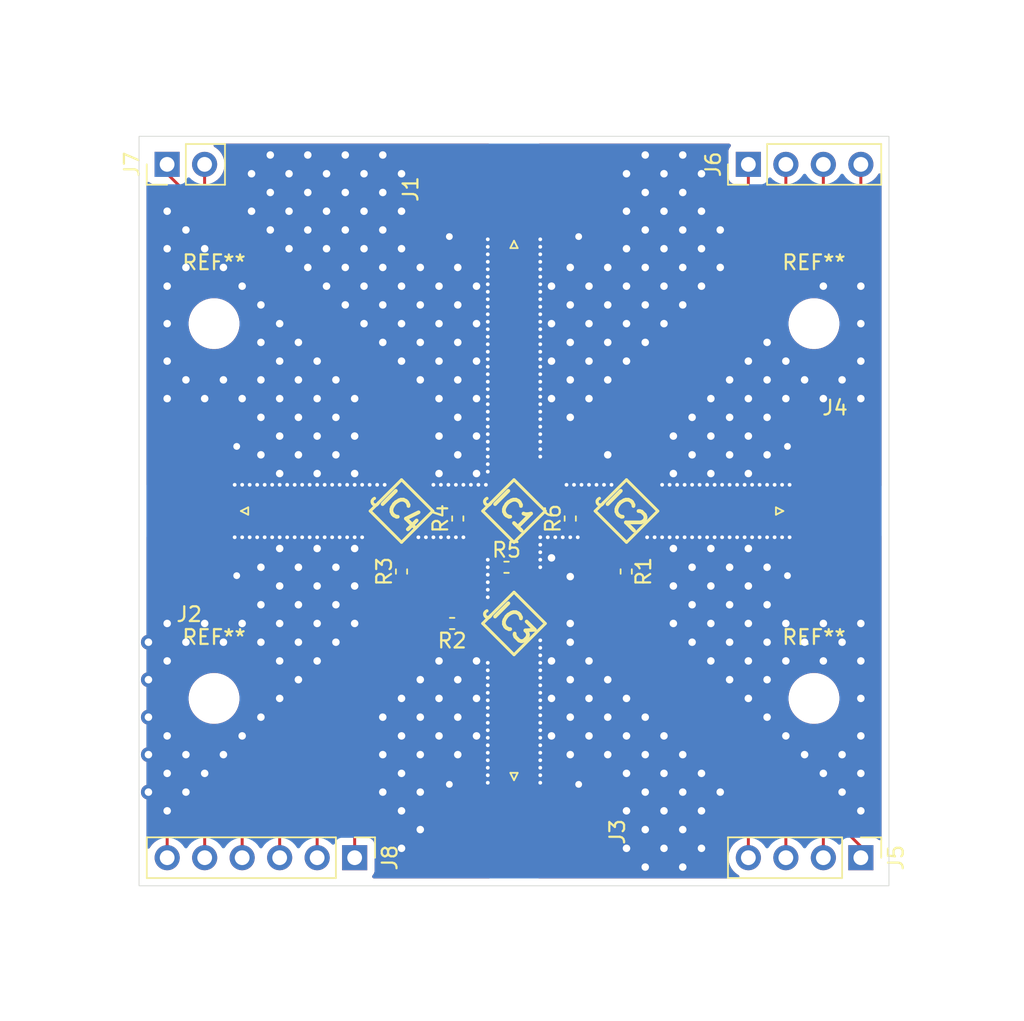
<source format=kicad_pcb>
(kicad_pcb (version 20241229) (generator "pcbnew") (generator_version "9.0")
  (layers (0 "F.Cu" signal) (2 "B.Cu" signal) (13 "F.Paste" user) (15 "B.Paste" user) (5 "F.SilkS" user "F.Silkscreen") (7 "B.SilkS" user "B.Silkscreen") (1 "F.Mask" user) (3 "B.Mask" user) (25 "Edge.Cuts" user))
  (net 0 "")
  (net 1 "GND")
  (net 2 "Net-(IC1-RF3)")
  (net 4 "Net-(IC1-RF4)")
  (net 5 "Net-(IC1-RF2GATE)")
  (net 6 "Net-(IC1-RF1)")
  (net 7 "Net-(IC1-RF4GATE)")
  (net 8 "Net-(IC1-RF1GATE)")
  (net 9 "Net-(IC1-RF3GATE)")
  (net 10 "Net-(IC1-RF2)")
  (net 12 "Net-(IC2-RF2)")
  (net 13 "Net-(IC2-RF3)")
  (net 14 "Net-(IC2-RF3GATE)")
  (net 15 "Net-(IC2-RF2GATE)")
  (net 16 "Net-(IC2-RF4GATE)")
  (net 17 "Net-(IC2-RF1GATE)")
  (net 18 "Net-(IC3-RF4GATE)")
  (net 19 "Net-(IC3-RF2GATE)")
  (net 20 "Net-(IC3-RF2)")
  (net 21 "Net-(IC3-RF1GATE)")
  (net 22 "Net-(IC3-RF3GATE)")
  (net 23 "Net-(IC3-RF1)")
  (net 25 "Net-(IC4-RF1GATE)")
  (net 26 "Net-(IC4-RF4GATE)")
  (net 27 "Net-(IC4-RF3GATE)")
  (net 28 "Net-(IC4-RF2)")
  (net 29 "Net-(IC4-RF1)")
  (net 30 "Net-(IC4-RF2GATE)")
  (footprint "Resistor_SMD:R_0402_1005Metric" (layer "F.Cu") (at 174.892 129.21)
    (property "Reference" "R5")
    (property "Value" "56k")
  )
  (footprint "Resistor_SMD:R_0402_1005Metric" (layer "F.Cu") (at 171.209 133.02 180)
    (property "Reference" "R2")
    (property "Value" "50")
  )
  (footprint "MountingHole:MountingHole_3.2mm_M3" (layer "F.Cu") (at 195.72 112.7)
    (property "Reference" "REF**")
    (property "Value" "MountingHole_3.2mm_M3" (hide yes))
  )
  (footprint "Connector_Coaxial:SMA_Molex_73251-1153_EdgeMount_Horizontal" (layer "F.Cu") (at 175.4 105.08 -90)
    (property "Reference" "J1")
    (property "Value" "Conn_Coaxial")
  )
  (footprint "Connector_Coaxial:SMA_Molex_73251-1153_EdgeMount_Horizontal" (layer "F.Cu") (at 195.645 125.4 180)
    (property "Reference" "J4")
    (property "Value" "Conn_Coaxial")
  )
  (footprint "mm5230:MM523003NDB" (layer "F.Cu") (at 183.02 125.4 -45)
    (property "Reference" "IC2")
    (property "Value" "MM5230-03NDB-TR" (hide yes))
  )
  (footprint "Connector_PinHeader_2.54mm:PinHeader_1x04_P2.54mm_Vertical" (layer "F.Cu") (at 191.275 101.905 90)
    (property "Reference" "J6")
    (property "Value" "Conn_01x04")
  )
  (footprint "Connector_Coaxial:SMA_Molex_73251-1153_EdgeMount_Horizontal" (layer "F.Cu") (at 154.895 125.4)
    (property "Reference" "J2")
    (property "Value" "Conn_Coaxial")
  )
  (footprint "Connector_PinHeader_2.54mm:PinHeader_1x02_P2.54mm_Vertical" (layer "F.Cu") (at 151.9 101.905 90)
    (property "Reference" "J7")
    (property "Value" "Conn_01x02")
  )
  (footprint "Resistor_SMD:R_0402_1005Metric" (layer "F.Cu") (at 171.59 125.908 90)
    (property "Reference" "R4")
    (property "Value" "56k")
  )
  (footprint "MountingHole:MountingHole_3.2mm_M3" (layer "F.Cu") (at 195.72 138.1)
    (property "Reference" "REF**")
    (property "Value" "MountingHole_3.2mm_M3" (hide yes))
  )
  (footprint "Resistor_SMD:R_0402_1005Metric" (layer "F.Cu") (at 167.78 129.5 90)
    (property "Reference" "R3")
    (property "Value" "50")
  )
  (footprint "mm5230:MM523003NDB" (layer "F.Cu") (at 175.4 125.4 -45)
    (property "Reference" "IC1")
    (property "Value" "MM5230-03NDB-TR" (hide yes))
  )
  (footprint "MountingHole:MountingHole_3.2mm_M3" (layer "F.Cu") (at 155.08 138.1)
    (property "Reference" "REF**")
    (property "Value" "MountingHole_3.2mm_M3" (hide yes))
  )
  (footprint "MountingHole:MountingHole_3.2mm_M3" (layer "F.Cu") (at 155.08 112.7)
    (property "Reference" "REF**")
    (property "Value" "MountingHole_3.2mm_M3" (hide yes))
  )
  (footprint "mm5230:MM523003NDB" (layer "F.Cu") (at 167.78 125.4 -45)
    (property "Reference" "IC4")
    (property "Value" "MM5230-03NDB-TR" (hide yes))
  )
  (footprint "mm5230:MM523003NDB" (layer "F.Cu") (at 175.4 133.02 -45)
    (property "Reference" "IC3")
    (property "Value" "MM5230-03NDB-TR" (hide yes))
  )
  (footprint "Resistor_SMD:R_0402_1005Metric" (layer "F.Cu") (at 179.21 125.908 90)
    (property "Reference" "R6")
    (property "Value" "56k")
  )
  (footprint "Connector_Coaxial:SMA_Molex_73251-1153_EdgeMount_Horizontal" (layer "F.Cu") (at 175.4 145.645 90)
    (property "Reference" "J3")
    (property "Value" "Conn_Coaxial")
  )
  (footprint "Connector_PinHeader_2.54mm:PinHeader_1x06_P2.54mm_Vertical" (layer "F.Cu") (at 164.605 148.895 -90)
    (property "Reference" "J8")
    (property "Value" "Conn_01x06")
  )
  (footprint "Connector_PinHeader_2.54mm:PinHeader_1x04_P2.54mm_Vertical" (layer "F.Cu") (at 198.895 148.895 -90)
    (property "Reference" "J5")
    (property "Value" "Conn_01x04")
  )
  (footprint "Resistor_SMD:R_0402_1005Metric" (layer "F.Cu") (at 183 129.5 -90)
    (property "Reference" "R1")
    (property "Value" "50")
  )
  (gr_rect (start 150 100) (end 200.8 150.8) (stroke (width 0.05)) (fill no) (layer "Edge.Cuts"))
  (via (at 191.529 127.178) (size 0.508) (drill 0.254) (layers "F.Cu" "B.Cu") (net 1))
  (via (at 186.195 122.86) (size 1.016) (drill 0.508) (layers "F.Cu" "B.Cu") (net 1))
  (via (at 164.097 127.178) (size 0.508) (drill 0.254) (layers "F.Cu" "B.Cu") (net 1))
  (via (at 177.178 117.145) (size 0.508) (drill 0.254) (layers "F.Cu" "B.Cu") (net 1))
  (via (at 193.561 127.178) (size 0.508) (drill 0.254) (layers "F.Cu" "B.Cu") (net 1))
  (via (at 192.545 134.29) (size 1.016) (drill 0.508) (layers "F.Cu" "B.Cu") (net 1))
  (via (at 160.16 107.62) (size 1.016) (drill 0.508) (layers "F.Cu" "B.Cu") (net 1))
  (via (at 179.21 116.51) (size 1.016) (drill 0.508) (layers "F.Cu" "B.Cu") (net 1))
  (via (at 177.178 115.621) (size 0.508) (drill 0.254) (layers "F.Cu" "B.Cu") (net 1))
  (via (at 160.795 129.21) (size 1.016) (drill 0.508) (layers "F.Cu" "B.Cu") (net 1))
  (via (at 173.622 108.509) (size 0.508) (drill 0.254) (layers "F.Cu" "B.Cu") (net 1))
  (via (at 177.178 127.178) (size 0.508) (drill 0.254) (layers "F.Cu" "B.Cu") (net 1))
  (via (at 177.178 115.113) (size 0.508) (drill 0.254) (layers "F.Cu" "B.Cu") (net 1))
  (via (at 158.255 134.29) (size 1.016) (drill 0.508) (layers "F.Cu" "B.Cu") (net 1))
  (via (at 162.065 135.56) (size 1.016) (drill 0.508) (layers "F.Cu" "B.Cu") (net 1))
  (via (at 161.43 101.27) (size 1.016) (drill 0.508) (layers "F.Cu" "B.Cu") (net 1))
  (via (at 195.085 134.29) (size 1.016) (drill 0.508) (layers "F.Cu" "B.Cu") (net 1))
  (via (at 173.622 114.605) (size 0.508) (drill 0.254) (layers "F.Cu" "B.Cu") (net 1))
  (via (at 172.86 122.86) (size 1.016) (drill 0.508) (layers "F.Cu" "B.Cu") (net 1))
  (via (at 163.97 101.27) (size 1.016) (drill 0.508) (layers "F.Cu" "B.Cu") (net 1))
  (via (at 177.686 127.178) (size 0.508) (drill 0.254) (layers "F.Cu" "B.Cu") (net 1))
  (via (at 180.48 138.1) (size 1.016) (drill 0.508) (layers "F.Cu" "B.Cu") (net 1))
  (via (at 198.895 143.18) (size 1.016) (drill 0.508) (layers "F.Cu" "B.Cu") (net 1))
  (via (at 163.589 123.622) (size 0.508) (drill 0.254) (layers "F.Cu" "B.Cu") (net 1))
  (via (at 188.735 135.56) (size 1.016) (drill 0.508) (layers "F.Cu" "B.Cu") (net 1))
  (via (at 154.445 133.02) (size 1.016) (drill 0.508) (layers "F.Cu" "B.Cu") (net 1))
  (via (at 171.59 141.91) (size 1.016) (drill 0.508) (layers "F.Cu" "B.Cu") (net 1))
  (via (at 198.895 110.16) (size 1.016) (drill 0.508) (layers "F.Cu" "B.Cu") (net 1))
  (via (at 186.83 108.89) (size 1.016) (drill 0.508) (layers "F.Cu" "B.Cu") (net 1))
  (via (at 163.97 108.89) (size 1.016) (drill 0.508) (layers "F.Cu" "B.Cu") (net 1))
  (via (at 186.83 103.81) (size 1.016) (drill 0.508) (layers "F.Cu" "B.Cu") (net 1))
  (via (at 158.89 103.81) (size 1.016) (drill 0.508) (layers "F.Cu" "B.Cu") (net 1))
  (via (at 159.017 127.178) (size 0.508) (drill 0.254) (layers "F.Cu" "B.Cu") (net 1))
  (via (at 159.525 135.56) (size 1.016) (drill 0.508) (layers "F.Cu" "B.Cu") (net 1))
  (via (at 181.75 113.97) (size 1.016) (drill 0.508) (layers "F.Cu" "B.Cu") (net 1))
  (via (at 165.24 102.54) (size 1.016) (drill 0.508) (layers "F.Cu" "B.Cu") (net 1))
  (via (at 170.32 138.1) (size 1.016) (drill 0.508) (layers "F.Cu" "B.Cu") (net 1))
  (via (at 177.178 114.097) (size 0.508) (drill 0.254) (layers "F.Cu" "B.Cu") (net 1))
  (via (at 192.545 129.21) (size 1.016) (drill 0.508) (layers "F.Cu" "B.Cu") (net 1))
  (via (at 186.83 144.45) (size 1.016) (drill 0.508) (layers "F.Cu" "B.Cu") (net 1))
  (via (at 177.178 112.573) (size 0.508) (drill 0.254) (layers "F.Cu" "B.Cu") (net 1))
  (via (at 160.033 127.178) (size 0.508) (drill 0.254) (layers "F.Cu" "B.Cu") (net 1))
  (via (at 191.275 130.48) (size 1.016) (drill 0.508) (layers "F.Cu" "B.Cu") (net 1))
  (via (at 150.635 139.37) (size 1.016) (drill 0.508) (layers "F.Cu" "B.Cu") (net 1))
  (via (at 173.622 109.525) (size 0.508) (drill 0.254) (layers "F.Cu" "B.Cu") (net 1))
  (via (at 173.622 137.719) (size 0.508) (drill 0.254) (layers "F.Cu" "B.Cu") (net 1))
  (via (at 151.905 107.62) (size 1.016) (drill 0.508) (layers "F.Cu" "B.Cu") (net 1))
  (via (at 177.178 141.275) (size 0.508) (drill 0.254) (layers "F.Cu" "B.Cu") (net 1))
  (via (at 193.815 117.78) (size 1.016) (drill 0.508) (layers "F.Cu" "B.Cu") (net 1))
  (via (at 161.049 127.178) (size 0.508) (drill 0.254) (layers "F.Cu" "B.Cu") (net 1))
  (via (at 173.622 141.275) (size 0.508) (drill 0.254) (layers "F.Cu" "B.Cu") (net 1))
  (via (at 183.02 107.62) (size 1.016) (drill 0.508) (layers "F.Cu" "B.Cu") (net 1))
  (via (at 196.355 133.02) (size 1.016) (drill 0.508) (layers "F.Cu" "B.Cu") (net 1))
  (via (at 162.7 105.08) (size 1.016) (drill 0.508) (layers "F.Cu" "B.Cu") (net 1))
  (via (at 191.275 120.32) (size 1.016) (drill 0.508) (layers "F.Cu" "B.Cu") (net 1))
  (via (at 192.545 113.97) (size 1.016) (drill 0.508) (layers "F.Cu" "B.Cu") (net 1))
  (via (at 167.78 102.54) (size 1.016) (drill 0.508) (layers "F.Cu" "B.Cu") (net 1))
  (via (at 173.622 120.701) (size 0.508) (drill 0.254) (layers "F.Cu" "B.Cu") (net 1))
  (via (at 189.37 108.89) (size 1.016) (drill 0.508) (layers "F.Cu" "B.Cu") (net 1))
  (via (at 160.033 123.622) (size 0.508) (drill 0.254) (layers "F.Cu" "B.Cu") (net 1))
  (via (at 159.525 117.78) (size 1.016) (drill 0.508) (layers "F.Cu" "B.Cu") (net 1))
  (via (at 159.525 127.178) (size 0.508) (drill 0.254) (layers "F.Cu" "B.Cu") (net 1))
  (via (at 164.605 127.178) (size 0.508) (drill 0.254) (layers "F.Cu" "B.Cu") (net 1))
  (via (at 173.622 136.195) (size 0.508) (drill 0.254) (layers "F.Cu" "B.Cu") (net 1))
  (via (at 192.545 136.83) (size 1.016) (drill 0.508) (layers "F.Cu" "B.Cu") (net 1))
  (via (at 184.29 146.99) (size 1.016) (drill 0.508) (layers "F.Cu" "B.Cu") (net 1))
  (via (at 158.255 119.05) (size 1.016) (drill 0.508) (layers "F.Cu" "B.Cu") (net 1))
  (via (at 181.75 141.91) (size 1.016) (drill 0.508) (layers "F.Cu" "B.Cu") (net 1))
  (via (at 188.735 130.48) (size 1.016) (drill 0.508) (layers "F.Cu" "B.Cu") (net 1))
  (via (at 183.02 138.1) (size 1.016) (drill 0.508) (layers "F.Cu" "B.Cu") (net 1))
  (via (at 184.29 149.53) (size 1.016) (drill 0.508) (layers "F.Cu" "B.Cu") (net 1))
  (via (at 184.29 113.97) (size 1.016) (drill 0.508) (layers "F.Cu" "B.Cu") (net 1))
  (via (at 169.05 111.43) (size 1.016) (drill 0.508) (layers "F.Cu" "B.Cu") (net 1))
  (via (at 191.275 115.24) (size 1.016) (drill 0.508) (layers "F.Cu" "B.Cu") (net 1))
  (via (at 187.465 123.622) (size 0.508) (drill 0.254) (layers "F.Cu" "B.Cu") (net 1))
  (via (at 186.957 127.178) (size 0.508) (drill 0.254) (layers "F.Cu" "B.Cu") (net 1))
  (via (at 188.989 127.178) (size 0.508) (drill 0.254) (layers "F.Cu" "B.Cu") (net 1))
  (via (at 193.815 133.02) (size 1.016) (drill 0.508) (layers "F.Cu" "B.Cu") (net 1))
  (via (at 171.59 116.51) (size 1.016) (drill 0.508) (layers "F.Cu" "B.Cu") (net 1))
  (via (at 173.622 141.783) (size 0.508) (drill 0.254) (layers "F.Cu" "B.Cu") (net 1))
  (via (at 185.433 127.178) (size 0.508) (drill 0.254) (layers "F.Cu" "B.Cu") (net 1))
  (via (at 177.178 128.194) (size 0.508) (drill 0.254) (layers "F.Cu" "B.Cu") (net 1))
  (via (at 173.622 136.703) (size 0.508) (drill 0.254) (layers "F.Cu" "B.Cu") (net 1))
  (via (at 173.622 121.209) (size 0.508) (drill 0.254) (layers "F.Cu" "B.Cu") (net 1))
  (via (at 158.255 131.75) (size 1.016) (drill 0.508) (layers "F.Cu" "B.Cu") (net 1))
  (via (at 186.195 133.02) (size 1.016) (drill 0.508) (layers "F.Cu" "B.Cu") (net 1))
  (via (at 170.32 135.56) (size 1.016) (drill 0.508) (layers "F.Cu" "B.Cu") (net 1))
  (via (at 183.02 112.7) (size 1.016) (drill 0.508) (layers "F.Cu" "B.Cu") (net 1))
  (via (at 165.621 123.622) (size 0.508) (drill 0.254) (layers "F.Cu" "B.Cu") (net 1))
  (via (at 173.622 111.557) (size 0.508) (drill 0.254) (layers "F.Cu" "B.Cu") (net 1))
  (via (at 159.525 127.94) (size 1.016) (drill 0.508) (layers "F.Cu" "B.Cu") (net 1))
  (via (at 161.557 123.622) (size 0.508) (drill 0.254) (layers "F.Cu" "B.Cu") (net 1))
  (via (at 169.05 116.51) (size 1.016) (drill 0.508) (layers "F.Cu" "B.Cu") (net 1))
  (via (at 179.464 123.622) (size 0.508) (drill 0.254) (layers "F.Cu" "B.Cu") (net 1))
  (via (at 173.622 129.718) (size 0.508) (drill 0.254) (layers "F.Cu" "B.Cu") (net 1))
  (via (at 162.065 127.178) (size 0.508) (drill 0.254) (layers "F.Cu" "B.Cu") (net 1))
  (via (at 166.51 141.91) (size 1.016) (drill 0.508) (layers "F.Cu" "B.Cu") (net 1))
  (via (at 177.178 135.179) (size 0.508) (drill 0.254) (layers "F.Cu" "B.Cu") (net 1))
  (via (at 158.255 113.97) (size 1.016) (drill 0.508) (layers "F.Cu" "B.Cu") (net 1))
  (via (at 165.24 107.62) (size 1.016) (drill 0.508) (layers "F.Cu" "B.Cu") (net 1))
  (via (at 177.178 108.001) (size 0.508) (drill 0.254) (layers "F.Cu" "B.Cu") (net 1))
  (via (at 167.78 115.24) (size 1.016) (drill 0.508) (layers "F.Cu" "B.Cu") (net 1))
  (via (at 159.017 123.622) (size 0.508) (drill 0.254) (layers "F.Cu" "B.Cu") (net 1))
  (via (at 188.481 123.622) (size 0.508) (drill 0.254) (layers "F.Cu" "B.Cu") (net 1))
  (via (at 181.75 116.51) (size 1.016) (drill 0.508) (layers "F.Cu" "B.Cu") (net 1))
  (via (at 196.355 143.18) (size 1.016) (drill 0.508) (layers "F.Cu" "B.Cu") (net 1))
  (via (at 157.493 123.622) (size 0.508) (drill 0.254) (layers "F.Cu" "B.Cu") (net 1))
  (via (at 169.939 123.622) (size 0.508) (drill 0.254) (layers "F.Cu" "B.Cu") (net 1))
  (via (at 184.417 127.178) (size 0.508) (drill 0.254) (layers "F.Cu" "B.Cu") (net 1))
  (via (at 188.1 148.26) (size 1.016) (drill 0.508) (layers "F.Cu" "B.Cu") (net 1))
  (via (at 169.939 127.178) (size 0.508) (drill 0.254) (layers "F.Cu" "B.Cu") (net 1))
  (via (at 166.51 106.35) (size 1.016) (drill 0.508) (layers "F.Cu" "B.Cu") (net 1))
  (via (at 185.56 107.62) (size 1.016) (drill 0.508) (layers "F.Cu" "B.Cu") (net 1))
  (via (at 179.21 119.05) (size 1.016) (drill 0.508) (layers "F.Cu" "B.Cu") (net 1))
  (via (at 190.005 121.59) (size 1.016) (drill 0.508) (layers "F.Cu" "B.Cu") (net 1))
  (via (at 177.178 110.541) (size 0.508) (drill 0.254) (layers "F.Cu" "B.Cu") (net 1))
  (via (at 177.178 116.129) (size 0.508) (drill 0.254) (layers "F.Cu" "B.Cu") (net 1))
  (via (at 163.335 119.05) (size 1.016) (drill 0.508) (layers "F.Cu" "B.Cu") (net 1))
  (via (at 196.355 110.16) (size 1.016) (drill 0.508) (layers "F.Cu" "B.Cu") (net 1))
  (via (at 173.622 140.259) (size 0.508) (drill 0.254) (layers "F.Cu" "B.Cu") (net 1))
  (via (at 177.178 118.161) (size 0.508) (drill 0.254) (layers "F.Cu" "B.Cu") (net 1))
  (via (at 190.005 123.622) (size 0.508) (drill 0.254) (layers "F.Cu" "B.Cu") (net 1))
  (via (at 162.573 123.622) (size 0.508) (drill 0.254) (layers "F.Cu" "B.Cu") (net 1))
  (via (at 197.625 144.45) (size 1.016) (drill 0.508) (layers "F.Cu" "B.Cu") (net 1))
  (via (at 183.02 115.24) (size 1.016) (drill 0.508) (layers "F.Cu" "B.Cu") (net 1))
  (via (at 166.51 108.89) (size 1.016) (drill 0.508) (layers "F.Cu" "B.Cu") (net 1))
  (via (at 193.053 127.178) (size 0.508) (drill 0.254) (layers "F.Cu" "B.Cu") (net 1))
  (via (at 173.622 142.799) (size 0.508) (drill 0.254) (layers "F.Cu" "B.Cu") (net 1))
  (via (at 173.622 118.669) (size 0.508) (drill 0.254) (layers "F.Cu" "B.Cu") (net 1))
  (via (at 192.037 123.622) (size 0.508) (drill 0.254) (layers "F.Cu" "B.Cu") (net 1))
  (via (at 179.21 139.37) (size 1.016) (drill 0.508) (layers "F.Cu" "B.Cu") (net 1))
  (via (at 189.497 127.178) (size 0.508) (drill 0.254) (layers "F.Cu" "B.Cu") (net 1))
  (via (at 160.795 116.51) (size 1.016) (drill 0.508) (layers "F.Cu" "B.Cu") (net 1))
  (via (at 181.75 121.59) (size 1.016) (drill 0.508) (layers "F.Cu" "B.Cu") (net 1))
  (via (at 177.178 108.509) (size 0.508) (drill 0.254) (layers "F.Cu" "B.Cu") (net 1))
  (via (at 173.495 123.622) (size 0.508) (drill 0.254) (layers "F.Cu" "B.Cu") (net 1))
  (via (at 166.51 139.37) (size 1.016) (drill 0.508) (layers "F.Cu" "B.Cu") (net 1))
  (via (at 163.589 127.178) (size 0.508) (drill 0.254) (layers "F.Cu" "B.Cu") (net 1))
  (via (at 173.622 131.242) (size 0.508) (drill 0.254) (layers "F.Cu" "B.Cu") (net 1))
  (via (at 192.545 123.622) (size 0.508) (drill 0.254) (layers "F.Cu" "B.Cu") (net 1))
  (via (at 192.545 127.178) (size 0.508) (drill 0.254) (layers "F.Cu" "B.Cu") (net 1))
  (via (at 165.24 110.16) (size 1.016) (drill 0.508) (layers "F.Cu" "B.Cu") (net 1))
  (via (at 169.431 127.178) (size 0.508) (drill 0.254) (layers "F.Cu" "B.Cu") (net 1))
  (via (at 177.178 134.163) (size 0.508) (drill 0.254) (layers "F.Cu" "B.Cu") (net 1))
  (via (at 171.971 127.178) (size 0.508) (drill 0.254) (layers "F.Cu" "B.Cu") (net 1))
  (via (at 189.37 144.45) (size 1.016) (drill 0.508) (layers "F.Cu" "B.Cu") (net 1))
  (via (at 173.622 130.226) (size 0.508) (drill 0.254) (layers "F.Cu" "B.Cu") (net 1))
  (via (at 156.985 133.02) (size 1.016) (drill 0.508) (layers "F.Cu" "B.Cu") (net 1))
  (via (at 177.178 107.493) (size 0.508) (drill 0.254) (layers "F.Cu" "B.Cu") (net 1))
  (via (at 177.94 128.575) (size 1.016) (drill 0.508) (layers "F.Cu" "B.Cu") (net 1))
  (via (at 185.433 123.622) (size 0.508) (drill 0.254) (layers "F.Cu" "B.Cu") (net 1))
  (via (at 177.178 119.177) (size 0.508) (drill 0.254) (layers "F.Cu" "B.Cu") (net 1))
  (via (at 164.605 117.78) (size 1.016) (drill 0.508) (layers "F.Cu" "B.Cu") (net 1))
  (via (at 154.445 107.62) (size 1.016) (drill 0.508) (layers "F.Cu" "B.Cu") (net 1))
  (via (at 177.178 116.637) (size 0.508) (drill 0.254) (layers "F.Cu" "B.Cu") (net 1))
  (via (at 188.1 107.62) (size 1.016) (drill 0.508) (layers "F.Cu" "B.Cu") (net 1))
  (via (at 198.895 112.7) (size 1.016) (drill 0.508) (layers "F.Cu" "B.Cu") (net 1))
  (via (at 190.005 129.21) (size 1.016) (drill 0.508) (layers "F.Cu" "B.Cu") (net 1))
  (via (at 170.955 127.178) (size 0.508) (drill 0.254) (layers "F.Cu" "B.Cu") (net 1))
  (via (at 184.29 141.91) (size 1.016) (drill 0.508) (layers "F.Cu" "B.Cu") (net 1))
  (via (at 171.59 111.43) (size 1.016) (drill 0.508) (layers "F.Cu" "B.Cu") (net 1))
  (via (at 160.795 121.59) (size 1.016) (drill 0.508) (layers "F.Cu" "B.Cu") (net 1))
  (via (at 169.05 136.83) (size 1.016) (drill 0.508) (layers "F.Cu" "B.Cu") (net 1))
  (via (at 181.496 123.622) (size 0.508) (drill 0.254) (layers "F.Cu" "B.Cu") (net 1))
  (via (at 173.622 110.541) (size 0.508) (drill 0.254) (layers "F.Cu" "B.Cu") (net 1))
  (via (at 186.83 101.27) (size 1.016) (drill 0.508) (layers "F.Cu" "B.Cu") (net 1))
  (via (at 166.51 111.43) (size 1.016) (drill 0.508) (layers "F.Cu" "B.Cu") (net 1))
  (via (at 189.37 106.35) (size 1.016) (drill 0.508) (layers "F.Cu" "B.Cu") (net 1))
  (via (at 198.895 138.1) (size 1.016) (drill 0.508) (layers "F.Cu" "B.Cu") (net 1))
  (via (at 173.622 130.734) (size 0.508) (drill 0.254) (layers "F.Cu" "B.Cu") (net 1))
  (via (at 186.449 127.178) (size 0.508) (drill 0.254) (layers "F.Cu" "B.Cu") (net 1))
  (via (at 166.51 101.27) (size 1.016) (drill 0.508) (layers "F.Cu" "B.Cu") (net 1))
  (via (at 173.622 138.227) (size 0.508) (drill 0.254) (layers "F.Cu" "B.Cu") (net 1))
  (via (at 162.065 123.622) (size 0.508) (drill 0.254) (layers "F.Cu" "B.Cu") (net 1))
  (via (at 180.48 140.64) (size 1.016) (drill 0.508) (layers "F.Cu" "B.Cu") (net 1))
  (via (at 195.085 116.51) (size 1.016) (drill 0.508) (layers "F.Cu" "B.Cu") (net 1))
  (via (at 173.622 120.193) (size 0.508) (drill 0.254) (layers "F.Cu" "B.Cu") (net 1))
  (via (at 177.94 138.1) (size 1.016) (drill 0.508) (layers "F.Cu" "B.Cu") (net 1))
  (via (at 192.545 131.75) (size 1.016) (drill 0.508) (layers "F.Cu" "B.Cu") (net 1))
  (via (at 173.622 112.573) (size 0.508) (drill 0.254) (layers "F.Cu" "B.Cu") (net 1))
  (via (at 163.081 123.622) (size 0.508) (drill 0.254) (layers "F.Cu" "B.Cu") (net 1))
  (via (at 177.178 139.243) (size 0.508) (drill 0.254) (layers "F.Cu" "B.Cu") (net 1))
  (via (at 162.573 127.178) (size 0.508) (drill 0.254) (layers "F.Cu" "B.Cu") (net 1))
  (via (at 163.97 103.81) (size 1.016) (drill 0.508) (layers "F.Cu" "B.Cu") (net 1))
  (via (at 177.178 110.033) (size 0.508) (drill 0.254) (layers "F.Cu" "B.Cu") (net 1))
  (via (at 180.48 117.78) (size 1.016) (drill 0.508) (layers "F.Cu" "B.Cu") (net 1))
  (via (at 158.001 127.178) (size 0.508) (drill 0.254) (layers "F.Cu" "B.Cu") (net 1))
  (via (at 173.622 137.211) (size 0.508) (drill 0.254) (layers "F.Cu" "B.Cu") (net 1))
  (via (at 193.815 140.64) (size 1.016) (drill 0.508) (layers "F.Cu" "B.Cu") (net 1))
  (via (at 173.622 117.145) (size 0.508) (drill 0.254) (layers "F.Cu" "B.Cu") (net 1))
  (via (at 173.622 116.129) (size 0.508) (drill 0.254) (layers "F.Cu" "B.Cu") (net 1))
  (via (at 166.129 123.622) (size 0.508) (drill 0.254) (layers "F.Cu" "B.Cu") (net 1))
  (via (at 183.02 102.54) (size 1.016) (drill 0.508) (layers "F.Cu" "B.Cu") (net 1))
  (via (at 177.178 121.717) (size 0.508) (drill 0.254) (layers "F.Cu" "B.Cu") (net 1))
  (via (at 183.02 105.08) (size 1.016) (drill 0.508) (layers "F.Cu" "B.Cu") (net 1))
  (via (at 164.605 123.622) (size 0.508) (drill 0.254) (layers "F.Cu" "B.Cu") (net 1))
  (via (at 164.605 127.94) (size 1.016) (drill 0.508) (layers "F.Cu" "B.Cu") (net 1))
  (via (at 172.86 138.1) (size 1.016) (drill 0.508) (layers "F.Cu" "B.Cu") (net 1))
  (via (at 185.941 123.622) (size 0.508) (drill 0.254) (layers "F.Cu" "B.Cu") (net 1))
  (via (at 188.1 110.16) (size 1.016) (drill 0.508) (layers "F.Cu" "B.Cu") (net 1))
  (via (at 171.59 108.89) (size 1.016) (drill 0.508) (layers "F.Cu" "B.Cu") (net 1))
  (via (at 161.43 108.89) (size 1.016) (drill 0.508) (layers "F.Cu" "B.Cu") (net 1))
  (via (at 167.78 107.62) (size 1.016) (drill 0.508) (layers "F.Cu" "B.Cu") (net 1))
  (via (at 187.973 123.622) (size 0.508) (drill 0.254) (layers "F.Cu" "B.Cu") (net 1))
  (via (at 191.021 127.178) (size 0.508) (drill 0.254) (layers "F.Cu" "B.Cu") (net 1))
  (via (at 192.545 116.51) (size 1.016) (drill 0.508) (layers "F.Cu" "B.Cu") (net 1))
  (via (at 184.29 139.37) (size 1.016) (drill 0.508) (layers "F.Cu" "B.Cu") (net 1))
  (via (at 170.32 112.7) (size 1.016) (drill 0.508) (layers "F.Cu" "B.Cu") (net 1))
  (via (at 185.56 148.26) (size 1.016) (drill 0.508) (layers "F.Cu" "B.Cu") (net 1))
  (via (at 160.16 105.08) (size 1.016) (drill 0.508) (layers "F.Cu" "B.Cu") (net 1))
  (via (at 160.795 113.97) (size 1.016) (drill 0.508) (layers "F.Cu" "B.Cu") (net 1))
  (via (at 173.622 113.081) (size 0.508) (drill 0.254) (layers "F.Cu" "B.Cu") (net 1))
  (via (at 181.75 108.89) (size 1.016) (drill 0.508) (layers "F.Cu" "B.Cu") (net 1))
  (via (at 191.529 123.622) (size 0.508) (drill 0.254) (layers "F.Cu" "B.Cu") (net 1))
  (via (at 171.463 123.622) (size 0.508) (drill 0.254) (layers "F.Cu" "B.Cu") (net 1))
  (via (at 173.622 109.017) (size 0.508) (drill 0.254) (layers "F.Cu" "B.Cu") (net 1))
  (via (at 160.16 102.54) (size 1.016) (drill 0.508) (layers "F.Cu" "B.Cu") (net 1))
  (via (at 184.29 101.27) (size 1.016) (drill 0.508) (layers "F.Cu" "B.Cu") (net 1))
  (via (at 158.509 123.622) (size 0.508) (drill 0.254) (layers "F.Cu" "B.Cu") (net 1))
  (via (at 192.545 139.37) (size 1.016) (drill 0.508) (layers "F.Cu" "B.Cu") (net 1))
  (via (at 177.178 142.799) (size 0.508) (drill 0.254) (layers "F.Cu" "B.Cu") (net 1))
  (via (at 153.175 106.35) (size 1.016) (drill 0.508) (layers "F.Cu" "B.Cu") (net 1))
  (via (at 163.97 111.43) (size 1.016) (drill 0.508) (layers "F.Cu" "B.Cu") (net 1))
  (via (at 196.355 135.56) (size 1.016) (drill 0.508) (layers "F.Cu" "B.Cu") (net 1))
  (via (at 150.635 136.83) (size 1.016) (drill 0.508) (layers "F.Cu" "B.Cu") (net 1))
  (via (at 170.32 122.86) (size 1.016) (drill 0.508) (layers "F.Cu" "B.Cu") (net 1))
  (via (at 177.178 137.211) (size 0.508) (drill 0.254) (layers "F.Cu" "B.Cu") (net 1))
  (via (at 179.21 141.91) (size 1.016) (drill 0.508) (layers "F.Cu" "B.Cu") (net 1))
  (via (at 184.29 111.43) (size 1.016) (drill 0.508) (layers "F.Cu" "B.Cu") (net 1))
  (via (at 173.622 140.767) (size 0.508) (drill 0.254) (layers "F.Cu" "B.Cu") (net 1))
  (via (at 153.175 141.91) (size 1.016) (drill 0.508) (layers "F.Cu" "B.Cu") (net 1))
  (via (at 177.178 121.209) (size 0.508) (drill 0.254) (layers "F.Cu" "B.Cu") (net 1))
  (via (at 155.715 134.29) (size 1.016) (drill 0.508) (layers "F.Cu" "B.Cu") (net 1))
  (via (at 165.24 112.7) (size 1.016) (drill 0.508) (layers "F.Cu" "B.Cu") (net 1))
  (via (at 153.175 116.51) (size 1.016) (drill 0.508) (layers "F.Cu" "B.Cu") (net 1))
  (via (at 167.78 105.08) (size 1.016) (drill 0.508) (layers "F.Cu" "B.Cu") (net 1))
  (via (at 191.275 117.78) (size 1.016) (drill 0.508) (layers "F.Cu" "B.Cu") (net 1))
  (via (at 169.05 141.91) (size 1.016) (drill 0.508) (layers "F.Cu" "B.Cu") (net 1))
  (via (at 184.925 127.178) (size 0.508) (drill 0.254) (layers "F.Cu" "B.Cu") (net 1))
  (via (at 187.973 127.178) (size 0.508) (drill 0.254) (layers "F.Cu" "B.Cu") (net 1))
  (via (at 191.275 133.02) (size 1.016) (drill 0.508) (layers "F.Cu" "B.Cu") (net 1))
  (via (at 185.56 102.54) (size 1.016) (drill 0.508) (layers "F.Cu" "B.Cu") (net 1))
  (via (at 155.715 141.91) (size 1.016) (drill 0.508) (layers "F.Cu" "B.Cu") (net 1))
  (via (at 151.905 140.64) (size 1.016) (drill 0.508) (layers "F.Cu" "B.Cu") (net 1))
  (via (at 188.735 122.86) (size 1.016) (drill 0.508) (layers "F.Cu" "B.Cu") (net 1))
  (via (at 168.923 127.178) (size 0.508) (drill 0.254) (layers "F.Cu" "B.Cu") (net 1))
  (via (at 151.905 143.18) (size 1.016) (drill 0.508) (layers "F.Cu" "B.Cu") (net 1))
  (via (at 173.622 108.001) (size 0.508) (drill 0.254) (layers "F.Cu" "B.Cu") (net 1))
  (via (at 173.622 143.815) (size 0.508) (drill 0.254) (layers "F.Cu" "B.Cu") (net 1))
  (via (at 162.7 107.62) (size 1.016) (drill 0.508) (layers "F.Cu" "B.Cu") (net 1))
  (via (at 173.622 135.687) (size 0.508) (drill 0.254) (layers "F.Cu" "B.Cu") (net 1))
  (via (at 173.622 117.653) (size 0.508) (drill 0.254) (layers "F.Cu" "B.Cu") (net 1))
  (via (at 160.795 136.83) (size 1.016) (drill 0.508) (layers "F.Cu" "B.Cu") (net 1))
  (via (at 171.463 127.178) (size 0.508) (drill 0.254) (layers "F.Cu" "B.Cu") (net 1))
  (via (at 161.43 106.35) (size 1.016) (drill 0.508) (layers "F.Cu" "B.Cu") (net 1))
  (via (at 151.905 145.72) (size 1.016) (drill 0.508) (layers "F.Cu" "B.Cu") (net 1))
  (via (at 173.622 116.637) (size 0.508) (drill 0.254) (layers "F.Cu" "B.Cu") (net 1))
  (via (at 172.86 117.78) (size 1.016) (drill 0.508) (layers "F.Cu" "B.Cu") (net 1))
  (via (at 188.481 127.178) (size 0.508) (drill 0.254) (layers "F.Cu" "B.Cu") (net 1))
  (via (at 159.525 120.32) (size 1.016) (drill 0.508) (layers "F.Cu" "B.Cu") (net 1))
  (via (at 191.275 135.56) (size 1.016) (drill 0.508) (layers "F.Cu" "B.Cu") (net 1))
  (via (at 186.195 130.48) (size 1.016) (drill 0.508) (layers "F.Cu" "B.Cu") (net 1))
  (via (at 191.275 138.1) (size 1.016) (drill 0.508) (layers "F.Cu" "B.Cu") (net 1))
  (via (at 191.275 127.94) (size 1.016) (drill 0.508) (layers "F.Cu" "B.Cu") (net 1))
  (via (at 173.622 111.049) (size 0.508) (drill 0.254) (layers "F.Cu" "B.Cu") (net 1))
  (via (at 154.445 143.18) (size 1.016) (drill 0.508) (layers "F.Cu" "B.Cu") (net 1))
  (via (at 191.021 123.622) (size 0.508) (drill 0.254) (layers "F.Cu" "B.Cu") (net 1))
  (via (at 183.02 143.18) (size 1.016) (drill 0.508) (layers "F.Cu" "B.Cu") (net 1))
  (via (at 184.29 144.45) (size 1.016) (drill 0.508) (layers "F.Cu" "B.Cu") (net 1))
  (via (at 186.83 149.53) (size 1.016) (drill 0.508) (layers "F.Cu" "B.Cu") (net 1))
  (via (at 197.625 141.91) (size 1.016) (drill 0.508) (layers "F.Cu" "B.Cu") (net 1))
  (via (at 177.178 143.307) (size 0.508) (drill 0.254) (layers "F.Cu" "B.Cu") (net 1))
  (via (at 186.83 141.91) (size 1.016) (drill 0.508) (layers "F.Cu" "B.Cu") (net 1))
  (via (at 167.78 110.16) (size 1.016) (drill 0.508) (layers "F.Cu" "B.Cu") (net 1))
  (via (at 177.178 112.065) (size 0.508) (drill 0.254) (layers "F.Cu" "B.Cu") (net 1))
  (via (at 179.21 108.89) (size 1.016) (drill 0.508) (layers "F.Cu" "B.Cu") (net 1))
  (via (at 198.895 135.56) (size 1.016) (drill 0.508) (layers "F.Cu" "B.Cu") (net 1))
  (via (at 170.32 120.32) (size 1.016) (drill 0.508) (layers "F.Cu" "B.Cu") (net 1))
  (via (at 173.622 118.161) (size 0.508) (drill 0.254) (layers "F.Cu" "B.Cu") (net 1))
  (via (at 183.02 145.72) (size 1.016) (drill 0.508) (layers "F.Cu" "B.Cu") (net 1))
  (via (at 190.005 119.05) (size 1.016) (drill 0.508) (layers "F.Cu" "B.Cu") (net 1))
  (via (at 166.51 113.97) (size 1.016) (drill 0.508) (layers "F.Cu" "B.Cu") (net 1))
  (via (at 190.005 136.83) (size 1.016) (drill 0.508) (layers "F.Cu" "B.Cu") (net 1))
  (via (at 190.005 131.75) (size 1.016) (drill 0.508) (layers "F.Cu" "B.Cu") (net 1))
  (via (at 169.05 113.97) (size 1.016) (drill 0.508) (layers "F.Cu" "B.Cu") (net 1))
  (via (at 165.113 127.178) (size 0.508) (drill 0.254) (layers "F.Cu" "B.Cu") (net 1))
  (via (at 194.069 127.178) (size 0.508) (drill 0.254) (layers "F.Cu" "B.Cu") (net 1))
  (via (at 187.465 121.59) (size 1.016) (drill 0.508) (layers "F.Cu" "B.Cu") (net 1))
  (via (at 173.622 122.733) (size 0.508) (drill 0.254) (layers "F.Cu" "B.Cu") (net 1))
  (via (at 186.957 123.622) (size 0.508) (drill 0.254) (layers "F.Cu" "B.Cu") (net 1))
  (via (at 177.178 113.081) (size 0.508) (drill 0.254) (layers "F.Cu" "B.Cu") (net 1))
  (via (at 162.7 110.16) (size 1.016) (drill 0.508) (layers "F.Cu" "B.Cu") (net 1))
  (via (at 159.525 122.86) (size 1.016) (drill 0.508) (layers "F.Cu" "B.Cu") (net 1))
  (via (at 158.255 111.43) (size 1.016) (drill 0.508) (layers "F.Cu" "B.Cu") (net 1))
  (via (at 177.178 118.669) (size 0.508) (drill 0.254) (layers "F.Cu" "B.Cu") (net 1))
  (via (at 158.509 127.178) (size 0.508) (drill 0.254) (layers "F.Cu" "B.Cu") (net 1))
  (via (at 193.815 115.24) (size 1.016) (drill 0.508) (layers "F.Cu" "B.Cu") (net 1))
  (via (at 158.255 116.51) (size 1.016) (drill 0.508) (layers "F.Cu" "B.Cu") (net 1))
  (via (at 151.905 110.16) (size 1.016) (drill 0.508) (layers "F.Cu" "B.Cu") (net 1))
  (via (at 178.194 127.178) (size 0.508) (drill 0.254) (layers "F.Cu" "B.Cu") (net 1))
  (via (at 156.985 110.16) (size 1.016) (drill 0.508) (layers "F.Cu" "B.Cu") (net 1))
  (via (at 171.59 119.05) (size 1.016) (drill 0.508) (layers "F.Cu" "B.Cu") (net 1))
  (via (at 171.59 113.97) (size 1.016) (drill 0.508) (layers "F.Cu" "B.Cu") (net 1))
  (via (at 179.718 127.178) (size 0.508) (drill 0.254) (layers "F.Cu" "B.Cu") (net 1))
  (via (at 170.955 123.622) (size 0.508) (drill 0.254) (layers "F.Cu" "B.Cu") (net 1))
  (via (at 151.905 133.02) (size 1.016) (drill 0.508) (layers "F.Cu" "B.Cu") (net 1))
  (via (at 185.56 143.18) (size 1.016) (drill 0.508) (layers "F.Cu" "B.Cu") (net 1))
  (via (at 188.735 120.32) (size 1.016) (drill 0.508) (layers "F.Cu" "B.Cu") (net 1))
  (via (at 173.622 129.21) (size 0.508) (drill 0.254) (layers "F.Cu" "B.Cu") (net 1))
  (via (at 172.86 110.16) (size 1.016) (drill 0.508) (layers "F.Cu" "B.Cu") (net 1))
  (via (at 181.75 136.83) (size 1.016) (drill 0.508) (layers "F.Cu" "B.Cu") (net 1))
  (via (at 156.477 127.178) (size 0.508) (drill 0.254) (layers "F.Cu" "B.Cu") (net 1))
  (via (at 160.795 134.29) (size 1.016) (drill 0.508) (layers "F.Cu" "B.Cu") (net 1))
  (via (at 186.83 146.99) (size 1.016) (drill 0.508) (layers "F.Cu" "B.Cu") (net 1))
  (via (at 197.625 134.29) (size 1.016) (drill 0.508) (layers "F.Cu" "B.Cu") (net 1))
  (via (at 173.622 121.717) (size 0.508) (drill 0.254) (layers "F.Cu" "B.Cu") (net 1))
  (via (at 188.1 105.08) (size 1.016) (drill 0.508) (layers "F.Cu" "B.Cu") (net 1))
  (via (at 162.065 120.32) (size 1.016) (drill 0.508) (layers "F.Cu" "B.Cu") (net 1))
  (via (at 161.557 127.178) (size 0.508) (drill 0.254) (layers "F.Cu" "B.Cu") (net 1))
  (via (at 187.465 127.178) (size 0.508) (drill 0.254) (layers "F.Cu" "B.Cu") (net 1))
  (via (at 186.195 120.32) (size 1.016) (drill 0.508) (layers "F.Cu" "B.Cu") (net 1))
  (via (at 159.525 112.7) (size 1.016) (drill 0.508) (layers "F.Cu" "B.Cu") (net 1))
  (via (at 167.78 148.26) (size 1.016) (drill 0.508) (layers "F.Cu" "B.Cu") (net 1))
  (via (at 177.178 120.193) (size 0.508) (drill 0.254) (layers "F.Cu" "B.Cu") (net 1))
  (via (at 158.89 101.27) (size 1.016) (drill 0.508) (layers "F.Cu" "B.Cu") (net 1))
  (via (at 185.941 127.178) (size 0.508) (drill 0.254) (layers "F.Cu" "B.Cu") (net 1))
  (via (at 158.89 106.35) (size 1.016) (drill 0.508) (layers "F.Cu" "B.Cu") (net 1))
  (via (at 162.065 130.48) (size 1.016) (drill 0.508) (layers "F.Cu" "B.Cu") (net 1))
  (via (at 153.175 134.29) (size 1.016) (drill 0.508) (layers "F.Cu" "B.Cu") (net 1))
  (via (at 159.525 130.48) (size 1.016) (drill 0.508) (layers "F.Cu" "B.Cu") (net 1))
  (via (at 151.905 117.78) (size 1.016) (drill 0.508) (layers "F.Cu" "B.Cu") (net 1))
  (via (at 163.335 129.21) (size 1.016) (drill 0.508) (layers "F.Cu" "B.Cu") (net 1))
  (via (at 188.735 127.94) (size 1.016) (drill 0.508) (layers "F.Cu" "B.Cu") (net 1))
  (via (at 179.21 127.178) (size 0.508) (drill 0.254) (layers "F.Cu" "B.Cu") (net 1))
  (via (at 169.05 146.99) (size 1.016) (drill 0.508) (layers "F.Cu" "B.Cu") (net 1))
  (via (at 169.05 139.37) (size 1.016) (drill 0.508) (layers "F.Cu" "B.Cu") (net 1))
  (via (at 150.635 144.45) (size 1.016) (drill 0.508) (layers "F.Cu" "B.Cu") (net 1))
  (via (at 193.053 123.622) (size 0.508) (drill 0.254) (layers "F.Cu" "B.Cu") (net 1))
  (via (at 159.525 115.24) (size 1.016) (drill 0.508) (layers "F.Cu" "B.Cu") (net 1))
  (via (at 158.255 121.59) (size 1.016) (drill 0.508) (layers "F.Cu" "B.Cu") (net 1))
  (via (at 188.1 145.72) (size 1.016) (drill 0.508) (layers "F.Cu" "B.Cu") (net 1))
  (via (at 157.62 105.08) (size 1.016) (drill 0.508) (layers "F.Cu" "B.Cu") (net 1))
  (via (at 184.29 108.89) (size 1.016) (drill 0.508) (layers "F.Cu" "B.Cu") (net 1))
  (via (at 173.622 106.985) (size 0.508) (drill 0.254) (layers "F.Cu" "B.Cu") (net 1))
  (via (at 177.178 113.589) (size 0.508) (drill 0.254) (layers "F.Cu" "B.Cu") (net 1))
  (via (at 177.178 139.751) (size 0.508) (drill 0.254) (layers "F.Cu" "B.Cu") (net 1))
  (via (at 173.622 139.751) (size 0.508) (drill 0.254) (layers "F.Cu" "B.Cu") (net 1))
  (via (at 160.541 127.178) (size 0.508) (drill 0.254) (layers "F.Cu" "B.Cu") (net 1))
  (via (at 164.605 120.32) (size 1.016) (drill 0.508) (layers "F.Cu" "B.Cu") (net 1))
  (via (at 177.178 127.686) (size 0.508) (drill 0.254) (layers "F.Cu" "B.Cu") (net 1))
  (via (at 170.32 117.78) (size 1.016) (drill 0.508) (layers "F.Cu" "B.Cu") (net 1))
  (via (at 190.005 127.178) (size 0.508) (drill 0.254) (layers "F.Cu" "B.Cu") (net 1))
  (via (at 163.335 121.59) (size 1.016) (drill 0.508) (layers "F.Cu" "B.Cu") (net 1))
  (via (at 162.065 133.02) (size 1.016) (drill 0.508) (layers "F.Cu" "B.Cu") (net 1))
  (via (at 192.545 121.59) (size 1.016) (drill 0.508) (layers "F.Cu" "B.Cu") (net 1))
  (via (at 177.178 135.687) (size 0.508) (drill 0.254) (layers "F.Cu" "B.Cu") (net 1))
  (via (at 173.622 122.225) (size 0.508) (drill 0.254) (layers "F.Cu" "B.Cu") (net 1))
  (via (at 186.83 106.35) (size 1.016) (drill 0.508) (layers "F.Cu" "B.Cu") (net 1))
  (via (at 190.005 134.29) (size 1.016) (drill 0.508) (layers "F.Cu" "B.Cu") (net 1))
  (via (at 165.113 123.622) (size 0.508) (drill 0.254) (layers "F.Cu" "B.Cu") (net 1))
  (via (at 150.635 134.29) (size 1.016) (drill 0.508) (layers "F.Cu" "B.Cu") (net 1))
  (via (at 188.735 133.02) (size 1.016) (drill 0.508) (layers "F.Cu" "B.Cu") (net 1))
  (via (at 173.622 115.621) (size 0.508) (drill 0.254) (layers "F.Cu" "B.Cu") (net 1))
  (via (at 177.178 140.767) (size 0.508) (drill 0.254) (layers "F.Cu" "B.Cu") (net 1))
  (via (at 159.525 123.622) (size 0.508) (drill 0.254) (layers "F.Cu" "B.Cu") (net 1))
  (via (at 173.622 139.243) (size 0.508) (drill 0.254) (layers "F.Cu" "B.Cu") (net 1))
  (via (at 179.972 123.622) (size 0.508) (drill 0.254) (layers "F.Cu" "B.Cu") (net 1))
  (via (at 160.541 123.622) (size 0.508) (drill 0.254) (layers "F.Cu" "B.Cu") (net 1))
  (via (at 177.178 111.557) (size 0.508) (drill 0.254) (layers "F.Cu" "B.Cu") (net 1))
  (via (at 173.622 138.735) (size 0.508) (drill 0.254) (layers "F.Cu" "B.Cu") (net 1))
  (via (at 180.48 135.56) (size 1.016) (drill 0.508) (layers "F.Cu" "B.Cu") (net 1))
  (via (at 178.956 123.622) (size 0.508) (drill 0.254) (layers "F.Cu" "B.Cu") (net 1))
  (via (at 162.065 127.94) (size 1.016) (drill 0.508) (layers "F.Cu" "B.Cu") (net 1))
  (via (at 160.795 119.05) (size 1.016) (drill 0.508) (layers "F.Cu" "B.Cu") (net 1))
  (via (at 173.622 114.097) (size 0.508) (drill 0.254) (layers "F.Cu" "B.Cu") (net 1))
  (via (at 167.78 112.7) (size 1.016) (drill 0.508) (layers "F.Cu" "B.Cu") (net 1))
  (via (at 186.83 111.43) (size 1.016) (drill 0.508) (layers "F.Cu" "B.Cu") (net 1))
  (via (at 185.56 112.7) (size 1.016) (drill 0.508) (layers "F.Cu" "B.Cu") (net 1))
  (via (at 186.449 123.622) (size 0.508) (drill 0.254) (layers "F.Cu" "B.Cu") (net 1))
  (via (at 172.86 120.32) (size 1.016) (drill 0.508) (layers "F.Cu" "B.Cu") (net 1))
  (via (at 177.178 119.685) (size 0.508) (drill 0.254) (layers "F.Cu" "B.Cu") (net 1))
  (via (at 171.59 121.59) (size 1.016) (drill 0.508) (layers "F.Cu" "B.Cu") (net 1))
  (via (at 158.255 139.37) (size 1.016) (drill 0.508) (layers "F.Cu" "B.Cu") (net 1))
  (via (at 177.178 106.985) (size 0.508) (drill 0.254) (layers "F.Cu" "B.Cu") (net 1))
  (via (at 193.815 135.56) (size 1.016) (drill 0.508) (layers "F.Cu" "B.Cu") (net 1))
  (via (at 179.21 134.29) (size 1.016) (drill 0.508) (layers "F.Cu" "B.Cu") (net 1))
  (via (at 177.178 109.525) (size 0.508) (drill 0.254) (layers "F.Cu" "B.Cu") (net 1))
  (via (at 179.21 113.97) (size 1.016) (drill 0.508) (layers "F.Cu" "B.Cu") (net 1))
  (via (at 172.479 123.622) (size 0.508) (drill 0.254) (layers "F.Cu" "B.Cu") (net 1))
  (via (at 172.86 112.7) (size 1.016) (drill 0.508) (layers "F.Cu" "B.Cu") (net 1))
  (via (at 151.905 105.08) (size 1.016) (drill 0.508) (layers "F.Cu" "B.Cu") (net 1))
  (via (at 177.94 135.56) (size 1.016) (drill 0.508) (layers "F.Cu" "B.Cu") (net 1))
  (via (at 172.987 123.622) (size 0.508) (drill 0.254) (layers "F.Cu" "B.Cu") (net 1))
  (via (at 173.622 113.589) (size 0.508) (drill 0.254) (layers "F.Cu" "B.Cu") (net 1))
  (via (at 179.21 129.845) (size 1.016) (drill 0.508) (layers "F.Cu" "B.Cu") (net 1))
  (via (at 177.178 143.815) (size 0.508) (drill 0.254) (layers "F.Cu" "B.Cu") (net 1))
  (via (at 190.513 127.178) (size 0.508) (drill 0.254) (layers "F.Cu" "B.Cu") (net 1))
  (via (at 185.56 105.08) (size 1.016) (drill 0.508) (layers "F.Cu" "B.Cu") (net 1))
  (via (at 177.94 115.24) (size 1.016) (drill 0.508) (layers "F.Cu" "B.Cu") (net 1))
  (via (at 186.195 127.94) (size 1.016) (drill 0.508) (layers "F.Cu" "B.Cu") (net 1))
  (via (at 177.178 109.017) (size 0.508) (drill 0.254) (layers "F.Cu" "B.Cu") (net 1))
  (via (at 170.447 127.178) (size 0.508) (drill 0.254) (layers "F.Cu" "B.Cu") (net 1))
  (via (at 164.097 123.622) (size 0.508) (drill 0.254) (layers "F.Cu" "B.Cu") (net 1))
  (via (at 170.32 140.64) (size 1.016) (drill 0.508) (layers "F.Cu" "B.Cu") (net 1))
  (via (at 177.178 129.21) (size 0.508) (drill 0.254) (layers "F.Cu" "B.Cu") (net 1))
  (via (at 163.97 106.35) (size 1.016) (drill 0.508) (layers "F.Cu" "B.Cu") (net 1))
  (via (at 167.78 140.64) (size 1.016) (drill 0.508) (layers "F.Cu" "B.Cu") (net 1))
  (via (at 169.05 108.89) (size 1.016) (drill 0.508) (layers "F.Cu" "B.Cu") (net 1))
  (via (at 198.895 117.78) (size 1.016) (drill 0.508) (layers "F.Cu" "B.Cu") (net 1))
  (via (at 166.51 144.45) (size 1.016) (drill 0.508) (layers "F.Cu" "B.Cu") (net 1))
  (via (at 172.86 135.56) (size 1.016) (drill 0.508) (layers "F.Cu" "B.Cu") (net 1))
  (via (at 159.525 138.1) (size 1.016) (drill 0.508) (layers "F.Cu" "B.Cu") (net 1))
  (via (at 198.895 140.64) (size 1.016) (drill 0.508) (layers "F.Cu" "B.Cu") (net 1))
  (via (at 163.335 131.75) (size 1.016) (drill 0.508) (layers "F.Cu" "B.Cu") (net 1))
  (via (at 187.465 119.05) (size 1.016) (drill 0.508) (layers "F.Cu" "B.Cu") (net 1))
  (via (at 183.02 110.16) (size 1.016) (drill 0.508) (layers "F.Cu" "B.Cu") (net 1))
  (via (at 192.545 119.05) (size 1.016) (drill 0.508) (layers "F.Cu" "B.Cu") (net 1))
  (via (at 182.004 123.622) (size 0.508) (drill 0.254) (layers "F.Cu" "B.Cu") (net 1))
  (via (at 163.335 116.51) (size 1.016) (drill 0.508) (layers "F.Cu" "B.Cu") (net 1))
  (via (at 183.02 140.64) (size 1.016) (drill 0.508) (layers "F.Cu" "B.Cu") (net 1))
  (via (at 153.175 108.89) (size 1.016) (drill 0.508) (layers "F.Cu" "B.Cu") (net 1))
  (via (at 166.51 103.81) (size 1.016) (drill 0.508) (layers "F.Cu" "B.Cu") (net 1))
  (via (at 177.178 140.259) (size 0.508) (drill 0.254) (layers "F.Cu" "B.Cu") (net 1))
  (via (at 163.335 134.29) (size 1.016) (drill 0.508) (layers "F.Cu" "B.Cu") (net 1))
  (via (at 173.622 142.291) (size 0.508) (drill 0.254) (layers "F.Cu" "B.Cu") (net 1))
  (via (at 172.86 115.24) (size 1.016) (drill 0.508) (layers "F.Cu" "B.Cu") (net 1))
  (via (at 197.625 116.51) (size 1.016) (drill 0.508) (layers "F.Cu" "B.Cu") (net 1))
  (via (at 198.895 115.24) (size 1.016) (drill 0.508) (layers "F.Cu" "B.Cu") (net 1))
  (via (at 177.94 112.7) (size 1.016) (drill 0.508) (layers "F.Cu" "B.Cu") (net 1))
  (via (at 188.1 102.54) (size 1.016) (drill 0.508) (layers "F.Cu" "B.Cu") (net 1))
  (via (at 180.48 112.7) (size 1.016) (drill 0.508) (layers "F.Cu" "B.Cu") (net 1))
  (via (at 173.622 128.702) (size 0.508) (drill 0.254) (layers "F.Cu" "B.Cu") (net 1))
  (via (at 185.56 110.16) (size 1.016) (drill 0.508) (layers "F.Cu" "B.Cu") (net 1))
  (via (at 177.178 138.227) (size 0.508) (drill 0.254) (layers "F.Cu" "B.Cu") (net 1))
  (via (at 154.445 117.78) (size 1.016) (drill 0.508) (layers "F.Cu" "B.Cu") (net 1))
  (via (at 179.21 136.83) (size 1.016) (drill 0.508) (layers "F.Cu" "B.Cu") (net 1))
  (via (at 169.05 144.45) (size 1.016) (drill 0.508) (layers "F.Cu" "B.Cu") (net 1))
  (via (at 187.465 129.21) (size 1.016) (drill 0.508) (layers "F.Cu" "B.Cu") (net 1))
  (via (at 151.905 115.24) (size 1.016) (drill 0.508) (layers "F.Cu" "B.Cu") (net 1))
  (via (at 164.605 133.02) (size 1.016) (drill 0.508) (layers "F.Cu" "B.Cu") (net 1))
  (via (at 151.905 112.7) (size 1.016) (drill 0.508) (layers "F.Cu" "B.Cu") (net 1))
  (via (at 157.62 102.54) (size 1.016) (drill 0.508) (layers "F.Cu" "B.Cu") (net 1))
  (via (at 170.32 115.24) (size 1.016) (drill 0.508) (layers "F.Cu" "B.Cu") (net 1))
  (via (at 181.75 139.37) (size 1.016) (drill 0.508) (layers "F.Cu" "B.Cu") (net 1))
  (via (at 188.989 123.622) (size 0.508) (drill 0.254) (layers "F.Cu" "B.Cu") (net 1))
  (via (at 191.275 122.86) (size 1.016) (drill 0.508) (layers "F.Cu" "B.Cu") (net 1))
  (via (at 157.493 127.178) (size 0.508) (drill 0.254) (layers "F.Cu" "B.Cu") (net 1))
  (via (at 196.355 117.78) (size 1.016) (drill 0.508) (layers "F.Cu" "B.Cu") (net 1))
  (via (at 188.735 117.78) (size 1.016) (drill 0.508) (layers "F.Cu" "B.Cu") (net 1))
  (via (at 180.988 123.622) (size 0.508) (drill 0.254) (layers "F.Cu" "B.Cu") (net 1))
  (via (at 151.905 135.56) (size 1.016) (drill 0.508) (layers "F.Cu" "B.Cu") (net 1))
  (via (at 187.465 134.29) (size 1.016) (drill 0.508) (layers "F.Cu" "B.Cu") (net 1))
  (via (at 173.622 110.033) (size 0.508) (drill 0.254) (layers "F.Cu" "B.Cu") (net 1))
  (via (at 164.605 122.86) (size 1.016) (drill 0.508) (layers "F.Cu" "B.Cu") (net 1))
  (via (at 190.005 116.51) (size 1.016) (drill 0.508) (layers "F.Cu" "B.Cu") (net 1))
  (via (at 173.622 107.493) (size 0.508) (drill 0.254) (layers "F.Cu" "B.Cu") (net 1))
  (via (at 156.985 140.64) (size 1.016) (drill 0.508) (layers "F.Cu" "B.Cu") (net 1))
  (via (at 158.255 129.21) (size 1.016) (drill 0.508) (layers "F.Cu" "B.Cu") (net 1))
  (via (at 159.525 133.02) (size 1.016) (drill 0.508) (layers "F.Cu" "B.Cu") (net 1))
  (via (at 150.635 141.91) (size 1.016) (drill 0.508) (layers "F.Cu" "B.Cu") (net 1))
  (via (at 183.02 148.26) (size 1.016) (drill 0.508) (layers "F.Cu" "B.Cu") (net 1))
  (via (at 162.065 122.86) (size 1.016) (drill 0.508) (layers "F.Cu" "B.Cu") (net 1))
  (via (at 195.085 141.91) (size 1.016) (drill 0.508) (layers "F.Cu" "B.Cu") (net 1))
  (via (at 177.178 136.195) (size 0.508) (drill 0.254) (layers "F.Cu" "B.Cu") (net 1))
  (via (at 162.7 102.54) (size 1.016) (drill 0.508) (layers "F.Cu" "B.Cu") (net 1))
  (via (at 171.59 136.83) (size 1.016) (drill 0.508) (layers "F.Cu" "B.Cu") (net 1))
  (via (at 179.21 111.43) (size 1.016) (drill 0.508) (layers "F.Cu" "B.Cu") (net 1))
  (via (at 177.178 114.605) (size 0.508) (drill 0.254) (layers "F.Cu" "B.Cu") (net 1))
  (via (at 185.56 140.64) (size 1.016) (drill 0.508) (layers "F.Cu" "B.Cu") (net 1))
  (via (at 189.497 123.622) (size 0.508) (drill 0.254) (layers "F.Cu" "B.Cu") (net 1))
  (via (at 177.178 128.702) (size 0.508) (drill 0.254) (layers "F.Cu" "B.Cu") (net 1))
  (via (at 192.037 127.178) (size 0.508) (drill 0.254) (layers "F.Cu" "B.Cu") (net 1))
  (via (at 155.715 108.89) (size 1.016) (drill 0.508) (layers "F.Cu" "B.Cu") (net 1))
  (via (at 177.178 134.671) (size 0.508) (drill 0.254) (layers "F.Cu" "B.Cu") (net 1))
  (via (at 160.795 131.75) (size 1.016) (drill 0.508) (layers "F.Cu" "B.Cu") (net 1))
  (via (at 170.32 110.16) (size 1.016) (drill 0.508) (layers "F.Cu" "B.Cu") (net 1))
  (via (at 177.178 117.653) (size 0.508) (drill 0.254) (layers "F.Cu" "B.Cu") (net 1))
  (via (at 181.75 111.43) (size 1.016) (drill 0.508) (layers "F.Cu" "B.Cu") (net 1))
  (via (at 190.513 123.622) (size 0.508) (drill 0.254) (layers "F.Cu" "B.Cu") (net 1))
  (via (at 162.065 117.78) (size 1.016) (drill 0.508) (layers "F.Cu" "B.Cu") (net 1))
  (via (at 177.178 137.719) (size 0.508) (drill 0.254) (layers "F.Cu" "B.Cu") (net 1))
  (via (at 177.178 111.049) (size 0.508) (drill 0.254) (layers "F.Cu" "B.Cu") (net 1))
  (via (at 166.637 123.622) (size 0.508) (drill 0.254) (layers "F.Cu" "B.Cu") (net 1))
  (via (at 180.48 115.24) (size 1.016) (drill 0.508) (layers "F.Cu" "B.Cu") (net 1))
  (via (at 188.1 143.18) (size 1.016) (drill 0.508) (layers "F.Cu" "B.Cu") (net 1))
  (via (at 185.56 145.72) (size 1.016) (drill 0.508) (layers "F.Cu" "B.Cu") (net 1))
  (via (at 193.561 123.622) (size 0.508) (drill 0.254) (layers "F.Cu" "B.Cu") (net 1))
  (via (at 173.622 143.307) (size 0.508) (drill 0.254) (layers "F.Cu" "B.Cu") (net 1))
  (via (at 167.78 145.72) (size 1.016) (drill 0.508) (layers "F.Cu" "B.Cu") (net 1))
  (via (at 184.29 106.35) (size 1.016) (drill 0.508) (layers "F.Cu" "B.Cu") (net 1))
  (via (at 177.178 138.735) (size 0.508) (drill 0.254) (layers "F.Cu" "B.Cu") (net 1))
  (via (at 180.48 123.622) (size 0.508) (drill 0.254) (layers "F.Cu" "B.Cu") (net 1))
  (via (at 177.178 120.701) (size 0.508) (drill 0.254) (layers "F.Cu" "B.Cu") (net 1))
  (via (at 171.59 139.37) (size 1.016) (drill 0.508) (layers "F.Cu" "B.Cu") (net 1))
  (via (at 165.24 105.08) (size 1.016) (drill 0.508) (layers "F.Cu" "B.Cu") (net 1))
  (via (at 173.622 115.113) (size 0.508) (drill 0.254) (layers "F.Cu" "B.Cu") (net 1))
  (via (at 164.605 130.48) (size 1.016) (drill 0.508) (layers "F.Cu" "B.Cu") (net 1))
  (via (at 179.21 133.02) (size 1.016) (drill 0.508) (layers "F.Cu" "B.Cu") (net 1))
  (via (at 173.622 119.685) (size 0.508) (drill 0.254) (layers "F.Cu" "B.Cu") (net 1))
  (via (at 161.43 103.81) (size 1.016) (drill 0.508) (layers "F.Cu" "B.Cu") (net 1))
  (via (at 167.78 138.1) (size 1.016) (drill 0.508) (layers "F.Cu" "B.Cu") (net 1))
  (via (at 156.985 117.78) (size 1.016) (drill 0.508) (layers "F.Cu" "B.Cu") (net 1))
  (via (at 177.94 110.16) (size 1.016) (drill 0.508) (layers "F.Cu" "B.Cu") (net 1))
  (via (at 173.622 112.065) (size 0.508) (drill 0.254) (layers "F.Cu" "B.Cu") (net 1))
  (via (at 187.465 131.75) (size 1.016) (drill 0.508) (layers "F.Cu" "B.Cu") (net 1))
  (via (at 178.702 127.178) (size 0.508) (drill 0.254) (layers "F.Cu" "B.Cu") (net 1))
  (via (at 162.065 115.24) (size 1.016) (drill 0.508) (layers "F.Cu" "B.Cu") (net 1))
  (via (at 198.895 133.02) (size 1.016) (drill 0.508) (layers "F.Cu" "B.Cu") (net 1))
  (via (at 170.447 123.622) (size 0.508) (drill 0.254) (layers "F.Cu" "B.Cu") (net 1))
  (via (at 177.178 142.291) (size 0.508) (drill 0.254) (layers "F.Cu" "B.Cu") (net 1))
  (via (at 173.622 119.177) (size 0.508) (drill 0.254) (layers "F.Cu" "B.Cu") (net 1))
  (via (at 156.985 123.622) (size 0.508) (drill 0.254) (layers "F.Cu" "B.Cu") (net 1))
  (via (at 155.715 116.51) (size 1.016) (drill 0.508) (layers "F.Cu" "B.Cu") (net 1))
  (via (at 194.069 123.622) (size 0.508) (drill 0.254) (layers "F.Cu" "B.Cu") (net 1))
  (via (at 156.985 127.178) (size 0.508) (drill 0.254) (layers "F.Cu" "B.Cu") (net 1))
  (via (at 153.175 144.45) (size 1.016) (drill 0.508) (layers "F.Cu" "B.Cu") (net 1))
  (via (at 177.178 141.783) (size 0.508) (drill 0.254) (layers "F.Cu" "B.Cu") (net 1))
  (via (at 156.477 123.622) (size 0.508) (drill 0.254) (layers "F.Cu" "B.Cu") (net 1))
  (via (at 163.081 127.178) (size 0.508) (drill 0.254) (layers "F.Cu" "B.Cu") (net 1))
  (via (at 161.049 123.622) (size 0.508) (drill 0.254) (layers "F.Cu" "B.Cu") (net 1))
  (via (at 177.178 136.703) (size 0.508) (drill 0.254) (layers "F.Cu" "B.Cu") (net 1))
  (via (at 171.971 123.622) (size 0.508) (drill 0.254) (layers "F.Cu" "B.Cu") (net 1))
  (via (at 172.86 140.64) (size 1.016) (drill 0.508) (layers "F.Cu" "B.Cu") (net 1))
  (via (at 180.48 110.16) (size 1.016) (drill 0.508) (layers "F.Cu" "B.Cu") (net 1))
  (via (at 167.78 143.18) (size 1.016) (drill 0.508) (layers "F.Cu" "B.Cu") (net 1))
  (via (at 177.94 117.78) (size 1.016) (drill 0.508) (layers "F.Cu" "B.Cu") (net 1))
  (via (at 198.895 145.72) (size 1.016) (drill 0.508) (layers "F.Cu" "B.Cu") (net 1))
  (via (at 158.001 123.622) (size 0.508) (drill 0.254) (layers "F.Cu" "B.Cu") (net 1))
  (via (at 184.29 103.81) (size 1.016) (drill 0.508) (layers "F.Cu" "B.Cu") (net 1))
  (via (at 177.94 140.64) (size 1.016) (drill 0.508) (layers "F.Cu" "B.Cu") (net 1))
  (segment (start 180.859 125.398) (end 180.861 125.4) (width 0.2) (layer "F.Cu") (net 2))
  (segment (start 180.861 125.4) (end 181.881558 125.4) (width 0.2) (layer "F.Cu") (net 2))
  (segment (start 176.538442 125.4) (end 178.194 125.4) (width 0.2) (layer "F.Cu") (net 2))
  (segment (start 178.321 125.398) (end 178.319 125.4) (width 0.2) (layer "F.Cu") (net 2))
  (segment (start 178.194 125.4) (end 178.196 125.398) (width 1.27) (layer "F.Cu") (net 2))
  (segment (start 180.099 125.398) (end 180.859 125.398) (width 0.2) (layer "F.Cu") (net 2))
  (segment (start 178.196 125.398) (end 180.099 125.398) (width 1.27) (layer "F.Cu") (net 2))
  (segment (start 175.4 124.261558) (end 175.4 122.225) (width 0.2) (layer "F.Cu") (net 4))
  (segment (start 175.4 103.36) (end 175.4 122.225) (width 1.27) (layer "F.Cu") (net 4))
  (segment (start 159.525 148.895) (end 159.525 141.4611) (width 0.2) (layer "F.Cu") (net 5))
  (segment (start 174.912096 126.174424) (end 174.912096 125.887904) (width 0.2) (layer "F.Cu") (net 5))
  (segment (start 174.0621 126.924) (end 174.16252 126.924) (width 0.2) (layer "F.Cu") (net 5))
  (segment (start 159.525 141.4611) (end 174.0621 126.924) (width 0.2) (layer "F.Cu") (net 5))
  (segment (start 174.16252 126.924) (end 174.912096 126.174424) (width 0.2) (layer "F.Cu") (net 5))
  (segment (start 171.59 125.398) (end 169.941 125.398) (width 1.27) (layer "F.Cu") (net 6))
  (segment (start 174.261558 125.4) (end 173.241 125.4) (width 0.2) (layer "F.Cu") (net 6))
  (segment (start 171.59 125.398) (end 173.239 125.398) (width 1.27) (layer "F.Cu") (net 6))
  (segment (start 173.241 125.4) (end 173.239 125.398) (width 0.2) (layer "F.Cu") (net 6))
  (segment (start 169.939 125.4) (end 169.941 125.398) (width 0.2) (layer "F.Cu") (net 6))
  (segment (start 168.918442 125.4) (end 169.939 125.4) (width 0.2) (layer "F.Cu") (net 6))
  (segment (start 191.275 109.3389) (end 176.51345 124.10045) (width 0.2) (layer "F.Cu") (net 7))
  (segment (start 191.275 101.905) (end 191.275 109.3389) (width 0.2) (layer "F.Cu") (net 7))
  (segment (start 176.083065 124.540158) (end 176.51345 124.109773) (width 0.2) (layer "F.Cu") (net 7))
  (segment (start 176.51345 124.109773) (end 176.51345 124.10045) (width 0.2) (layer "F.Cu") (net 7))
  (segment (start 174.42175 126.214202) (end 174.517531 126.118421) (width 0.2) (layer "F.Cu") (net 8))
  (segment (start 174.540158 126.118421) (end 174.528844 126.107107) (width 0.2) (layer "F.Cu") (net 8))
  (segment (start 174.517531 126.118421) (end 174.540158 126.118421) (width 0.2) (layer "F.Cu") (net 8))
  (segment (start 156.985 148.895) (end 156.985 143.434) (width 0.2) (layer "F.Cu") (net 8))
  (segment (start 156.985 143.434) (end 174.204798 126.214202) (width 0.2) (layer "F.Cu") (net 8))
  (segment (start 174.204798 126.214202) (end 174.42175 126.214202) (width 0.2) (layer "F.Cu") (net 8))
  (segment (start 176.70252 124.384) (end 176.797 124.384) (width 0.2) (layer "F.Cu") (net 9))
  (segment (start 176.174424 124.912096) (end 176.70252 124.384) (width 0.2) (layer "F.Cu") (net 9))
  (segment (start 176.797 124.384) (end 193.815 107.366) (width 0.2) (layer "F.Cu") (net 9))
  (segment (start 193.815 107.366) (end 193.815 101.905) (width 0.2) (layer "F.Cu") (net 9))
  (segment (start 175.887904 124.912096) (end 176.174424 124.912096) (width 0.2) (layer "F.Cu") (net 9))
  (segment (start 175.402 126.540442) (end 175.4 126.538442) (width 0.2) (layer "F.Cu") (net 10))
  (segment (start 175.4 128.067) (end 175.402 128.069) (width 1.27) (layer "F.Cu") (net 10))
  (segment (start 175.4 126.538442) (end 175.4 128.067) (width 0.2) (layer "F.Cu") (net 10))
  (segment (start 175.402 130.224) (end 175.4 130.226) (width 1.27) (layer "F.Cu") (net 10))
  (segment (start 175.4 131.881558) (end 175.4 130.226) (width 0.2) (layer "F.Cu") (net 10))
  (segment (start 175.402 128.069) (end 175.402 130.224) (width 1.27) (layer "F.Cu") (net 10))
  (segment (start 184.158442 125.4) (end 185.941 125.4) (width 0.2) (layer "F.Cu") (net 13))
  (segment (start 197.365 125.4) (end 185.941 125.4) (width 1.27) (layer "F.Cu") (net 13))
  (segment (start 198.895 107.112) (end 195.593 107.112) (width 0.2) (layer "F.Cu") (net 14))
  (segment (start 184.671 124.052206) (end 183.81111 124.912096) (width 0.2) (layer "F.Cu") (net 14))
  (segment (start 195.593 107.112) (end 184.66145 118.04355) (width 0.2) (layer "F.Cu") (net 14))
  (segment (start 184.66145 118.04355) (end 184.66145 123.99345) (width 0.2) (layer "F.Cu") (net 14))
  (segment (start 184.66145 123.99345) (end 184.671 124.003) (width 0.2) (layer "F.Cu") (net 14))
  (segment (start 183.81111 124.912096) (end 183.507904 124.912096) (width 0.2) (layer "F.Cu") (net 14))
  (segment (start 198.895 101.905) (end 198.895 107.112) (width 0.2) (layer "F.Cu") (net 14))
  (segment (start 184.671 124.003) (end 184.671 124.052206) (width 0.2) (layer "F.Cu") (net 14))
  (segment (start 181.369 127.33752) (end 182.532096 126.174424) (width 0.2) (layer "F.Cu") (net 15))
  (segment (start 182.532096 126.174424) (end 182.532096 125.887904) (width 0.2) (layer "F.Cu") (net 15))
  (segment (start 198.895 148.133) (end 181.369 130.607) (width 0.2) (layer "F.Cu") (net 15))
  (segment (start 198.895 148.895) (end 198.895 148.133) (width 0.2) (layer "F.Cu") (net 15))
  (segment (start 181.369 130.607) (end 181.369 127.33752) (width 0.2) (layer "F.Cu") (net 15))
  (segment (start 183.703065 124.540158) (end 183.703065 124.530835) (width 0.2) (layer "F.Cu") (net 16))
  (segment (start 183.703065 124.530835) (end 184.26045 123.97345) (width 0.2) (layer "F.Cu") (net 16))
  (segment (start 196.355 105.715) (end 184.26045 117.80955) (width 0.2) (layer "F.Cu") (net 16))
  (segment (start 184.26045 117.80955) (end 184.26045 123.97345) (width 0.2) (layer "F.Cu") (net 16))
  (segment (start 196.355 101.905) (end 196.355 105.715) (width 0.2) (layer "F.Cu") (net 16))
  (segment (start 182.160158 126.083065) (end 181.827223 126.416) (width 0.2) (layer "F.Cu") (net 17))
  (segment (start 181.827223 126.416) (end 181.496 126.416) (width 0.2) (layer "F.Cu") (net 17))
  (segment (start 181.496 126.416) (end 180.861 127.051) (width 0.2) (layer "F.Cu") (net 17))
  (segment (start 180.861 130.734) (end 196.355 146.228) (width 0.2) (layer "F.Cu") (net 17))
  (segment (start 180.861 127.051) (end 180.861 130.734) (width 0.2) (layer "F.Cu") (net 17))
  (segment (start 196.355 146.228) (end 196.355 148.895) (width 0.2) (layer "F.Cu") (net 17))
  (segment (start 193.815 144.323) (end 193.815 148.895) (width 0.2) (layer "F.Cu") (net 18))
  (segment (start 180.607 131.115) (end 193.815 144.323) (width 0.2) (layer "F.Cu") (net 18))
  (segment (start 177.128223 131.115) (end 180.607 131.115) (width 0.2) (layer "F.Cu") (net 18))
  (segment (start 176.083065 132.160158) (end 177.128223 131.115) (width 0.2) (layer "F.Cu") (net 18))
  (segment (start 164.605 148.895) (end 164.605 137.5153) (width 0.2) (layer "F.Cu") (net 19))
  (segment (start 167.4293 134.691) (end 174.364 134.691) (width 0.2) (layer "F.Cu") (net 19))
  (segment (start 174.5745 134.146441) (end 174.5745 134.4805) (width 0.2) (layer "F.Cu") (net 19))
  (segment (start 174.912096 133.507904) (end 174.912096 133.808845) (width 0.2) (layer "F.Cu") (net 19))
  (segment (start 174.912096 133.808845) (end 174.5745 134.146441) (width 0.2) (layer "F.Cu") (net 19))
  (segment (start 164.605 137.5153) (end 167.4293 134.691) (width 0.2) (layer "F.Cu") (net 19))
  (segment (start 174.364 134.691) (end 174.5745 134.4805) (width 0.2) (layer "F.Cu") (net 19))
  (segment (start 175.4 134.158442) (end 175.4 135.941) (width 0.2) (layer "F.Cu") (net 20))
  (segment (start 175.4 147.365) (end 175.4 135.941) (width 1.27) (layer "F.Cu") (net 20))
  (segment (start 162.065 148.895) (end 162.065 139.4882) (width 0.2) (layer "F.Cu") (net 21))
  (segment (start 174.540158 133.752842) (end 174.540158 133.738421) (width 0.2) (layer "F.Cu") (net 21))
  (segment (start 162.065 139.4882) (end 167.2632 134.29) (width 0.2) (layer "F.Cu") (net 21))
  (segment (start 173.965952 134.29) (end 174.528845 133.727107) (width 0.2) (layer "F.Cu") (net 21))
  (segment (start 167.2632 134.29) (end 173.965952 134.29) (width 0.2) (layer "F.Cu") (net 21))
  (segment (start 174.540158 133.738421) (end 174.528844 133.727107) (width 0.2) (layer "F.Cu") (net 21))
  (segment (start 180.5479 131.623) (end 191.275 142.3501) (width 0.2) (layer "F.Cu") (net 22))
  (segment (start 176.174424 132.532096) (end 177.08352 131.623) (width 0.2) (layer "F.Cu") (net 22))
  (segment (start 175.887904 132.532096) (end 176.174424 132.532096) (width 0.2) (layer "F.Cu") (net 22))
  (segment (start 191.275 142.3501) (end 191.275 148.895) (width 0.2) (layer "F.Cu") (net 22))
  (segment (start 177.08352 131.623) (end 180.5479 131.623) (width 0.2) (layer "F.Cu") (net 22))
  (segment (start 174.261558 133.02) (end 171.719 133.02) (width 0.2) (layer "F.Cu") (net 23))
  (segment (start 165.875 127.128223) (end 165.875 133.4098) (width 0.2) (layer "F.Cu") (net 25))
  (segment (start 166.920158 126.083065) (end 165.875 127.128223) (width 0.2) (layer "F.Cu") (net 25))
  (segment (start 151.905 147.3798) (end 151.905 148.895) (width 0.2) (layer "F.Cu") (net 25))
  (segment (start 165.875 133.4098) (end 151.905 147.3798) (width 0.2) (layer "F.Cu") (net 25))
  (segment (start 151.905 101.905) (end 151.905 102.54) (width 0.2) (layer "F.Cu") (net 26))
  (segment (start 168.649 119.284) (end 168.649 124.366952) (width 0.2) (layer "F.Cu") (net 26))
  (segment (start 151.9 101.905) (end 151.905 101.905) (width 0.2) (layer "F.Cu") (net 26))
  (segment (start 151.905 102.54) (end 168.649 119.284) (width 0.2) (layer "F.Cu") (net 26))
  (segment (start 168.649 124.366952) (end 168.487107 124.528845) (width 0.2) (layer "F.Cu") (net 26))
  (segment (start 169.05 124.41652) (end 169.05 119.05) (width 0.2) (layer "F.Cu") (net 27))
  (segment (start 154.44 104.44) (end 154.44 101.905) (width 0.2) (layer "F.Cu") (net 27))
  (segment (start 168.554424 124.912096) (end 169.05 124.41652) (width 0.2) (layer "F.Cu") (net 27))
  (segment (start 169.05 119.05) (end 154.44 104.44) (width 0.2) (layer "F.Cu") (net 27))
  (segment (start 168.267904 124.912096) (end 168.554424 124.912096) (width 0.2) (layer "F.Cu") (net 27))
  (segment (start 153.175 125.4) (end 164.859 125.4) (width 1.27) (layer "F.Cu") (net 29))
  (segment (start 166.641558 125.4) (end 164.859 125.4) (width 0.2) (layer "F.Cu") (net 29))
  (segment (start 167.292096 125.887904) (end 167.292096 126.19111) (width 0.2) (layer "F.Cu") (net 30))
  (segment (start 166.51 133.3419) (end 154.445 145.4069) (width 0.2) (layer "F.Cu") (net 30))
  (segment (start 166.51 126.973206) (end 166.51 133.3419) (width 0.2) (layer "F.Cu") (net 30))
  (segment (start 154.445 145.4069) (end 154.445 148.895) (width 0.2) (layer "F.Cu") (net 30))
  (segment (start 167.292096 126.19111) (end 166.51 126.973206) (width 0.2) (layer "F.Cu") (net 30))
  (zone (net 1) (net_name "GND") (layers "F.Cu" "B.Cu") (connect_pads yes (clearance 0.5)) (min_thickness 0.25) (fill yes (thermal_gap 0.5) (thermal_bridge_width 0.5))
    (polygon (pts (xy 200.8 100) (xy 150 100) (xy 150 150.8) (xy 200.8 150.8)))
  )
)
</source>
